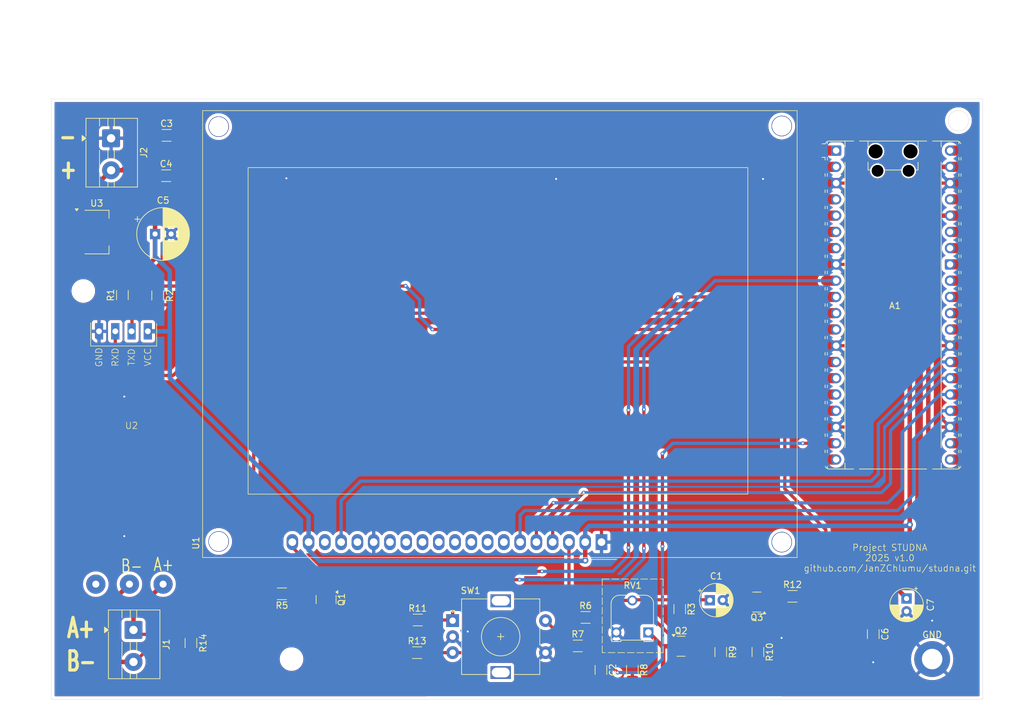
<source format=kicad_pcb>
(kicad_pcb (version 20241229) (generator "pcbnew") (generator_version "9.0")
  (layers (0 "F.Cu" signal) (2 "B.Cu" signal) (13 "F.Paste" user) (15 "B.Paste" user) (5 "F.SilkS" user "F.Silkscreen") (7 "B.SilkS" user "B.Silkscreen") (1 "F.Mask" user) (3 "B.Mask" user) (25 "Edge.Cuts" user))
  (net 0 "")
  (net 1 "/button")
  (net 2 "/UART1_RX")
  (net 3 "/lcd.E(SCLK)")
  (net 4 "/lcd.RW(SID)")
  (net 10 "/UART1_TX")
  (net 13 "/contrast pwm")
  (net 15 "/lcd.contrast")
  (net 16 "Net-(U2-TX)")
  (net 17 "Net-(J2-Pin_2)")
  (net 18 "Net-(J1-Pin_1)")
  (net 19 "Net-(Q1-C)")
  (net 20 "Net-(Q1-B)")
  (net 21 "Net-(Q2-B)")
  (net 22 "Net-(A1-GPIO7)")
  (net 23 "Net-(Q2-C)")
  (net 25 "GND")
  (net 26 "Net-(A1-GPIO6)")
  (net 29 "/led pwm")
  (net 33 "/lcd.RST")
  (net 35 "+5V")
  (net 38 "Net-(J1-Pin_2)")
  (net 43 "+3V3")
  (net 44 "/lcd.RS(CS)")
  (net 55 "Net-(Q3-B)")
  (net 56 "Net-(Q3-C)")
  (footprint "Capacitor_SMD:C_1206_3216Metric" (layer "F.Cu") (at 159.35 142.95 -90)
    (property "Reference" "C2")
    (property "Value" "100n")
  )
  (footprint "Capacitor_THT:CP_Radial_D5.0mm_P2.00mm" (layer "F.Cu") (at 207.05 131.794888 -90)
    (property "Reference" "C7")
    (property "Value" "10u")
  )
  (footprint "Library:LCD 128x64" (layer "F.Cu") (at 97.074907 125.480754 90)
    (property "Reference" "U1")
    (property "Value" "~")
  )
  (footprint "TerminalBlock:TerminalBlock_MaiXu_MX126-5.0-02P_1x02_P5.00mm" (layer "F.Cu") (at 86.3825 136.7 -90)
    (property "Reference" "J1")
    (property "Value" "Screw_Terminal_01x02")
  )
  (footprint "Package_TO_SOT_SMD:SOT-23" (layer "F.Cu") (at 116.45 131.95 -90)
    (property "Reference" "Q1")
    (property "Value" "NPN")
  )
  (footprint "MountingHole:MountingHole_3.2mm_M3_DIN965_Pad" (layer "F.Cu") (at 211.05 141.25)
    (property "Reference" "GND")
    (property "Value" "MountingHole_3.2mm_M3_DIN965_Pad")
  )
  (footprint "Capacitor_THT:CP_Radial_D5.0mm_P2.00mm" (layer "F.Cu") (at 176.35 132.05)
    (property "Reference" "C1")
    (property "Value" "10u")
  )
  (footprint "Resistor_SMD:R_1206_3216Metric" (layer "F.Cu") (at 155.7375 139.2)
    (property "Reference" "R7")
    (property "Value" "10k")
  )
  (footprint "Resistor_SMD:R_1206_3216Metric" (layer "F.Cu") (at 183.85 140.15 -90)
    (property "Reference" "R10")
    (property "Value" "10k")
  )
  (footprint "Resistor_SMD:R_1206_3216Metric" (layer "F.Cu") (at 130.65 140.25)
    (property "Reference" "R13")
    (property "Value" "10k")
  )
  (footprint "Resistor_SMD:R_1206_3216Metric" (layer "F.Cu") (at 189.25 131.45)
    (property "Reference" "R12")
    (property "Value" "10k")
  )
  (footprint "Resistor_SMD:R_1206_3216Metric" (layer "F.Cu") (at 164.25 142.95 -90)
    (property "Reference" "R8")
    (property "Value" "10k")
  )
  (footprint "Resistor_SMD:R_1206_3216Metric" (layer "F.Cu") (at 130.75 135.15)
    (property "Reference" "R11")
    (property "Value" "10k")
  )
  (footprint "Capacitor_SMD:C_1206_3216Metric" (layer "F.Cu") (at 91.475 65.75)
    (property "Reference" "C4")
    (property "Value" "100n" (hide yes))
  )
  (footprint "Capacitor_SMD:C_1206_3216Metric" (layer "F.Cu") (at 201.85 137.35 -90)
    (property "Reference" "C6")
    (property "Value" "100n")
  )
  (footprint "Package_TO_SOT_SMD:SOT-23" (layer "F.Cu") (at 171.85 139.25)
    (property "Reference" "Q2")
    (property "Value" "PNP")
  )
  (footprint "MountingHole:MountingHole_3.2mm_M3_ISO7380" (layer "F.Cu") (at 111.05 141.25)
    (property "Reference" "REF**" (hide yes))
    (property "Value" "MountingHole_3.2mm_M3_ISO7380")
  )
  (footprint "Resistor_SMD:R_1206_3216Metric" (layer "F.Cu") (at 90.15 84.45 -90)
    (property "Reference" "R2")
    (property "Value" "10k")
  )
  (footprint "Resistor_SMD:R_1206_3216Metric" (layer "F.Cu") (at 156.95 134.75)
    (property "Reference" "R6")
    (property "Value" "1k")
  )
  (footprint "Resistor_SMD:R_1206_3216Metric" (layer "F.Cu") (at 178.05 140.15 -90)
    (property "Reference" "R9")
    (property "Value" "10k")
  )
  (footprint "MountingHole:MountingHole_3.2mm_M3_ISO7380" (layer "F.Cu") (at 78.55 83.75)
    (property "Reference" "REF**" (hide yes))
    (property "Value" "MountingHole_3.2mm_M3_ISO7380")
  )
  (footprint "Package_TO_SOT_SMD:SOT-23" (layer "F.Cu") (at 183.6875 132.35 180)
    (property "Reference" "Q3")
    (property "Value" "NPN")
  )
  (footprint "Rotary_Encoder:RotaryEncoder_Alps_EC11E-Switch_Vertical_H20mm" (layer "F.Cu") (at 136.2 135.25)
    (property "Reference" "SW1")
    (property "Value" "RotaryEncoder_Switch")
  )
  (footprint "Resistor_SMD:R_1206_3216Metric" (layer "F.Cu") (at 95.35 138.75 90)
    (property "Reference" "R14")
    (property "Value" "120R")
  )
  (footprint "Library:485 modul" (layer "F.Cu") (at 81 90.05)
    (property "Reference" "U2")
    (property "Value" "~")
  )
  (footprint "Capacitor_THT:CP_Radial_D8.0mm_P2.50mm" (layer "F.Cu") (at 89.75 74.85)
    (property "Reference" "C5")
    (property "Value" "220u")
  )
  (footprint "Resistor_SMD:R_1206_3216Metric" (layer "F.Cu") (at 109.55 131.05 180)
    (property "Reference" "R5")
    (property "Value" "10k?")
  )
  (footprint "TerminalBlock:TerminalBlock_MaiXu_MX126-5.0-02P_1x02_P5.00mm" (layer "F.Cu") (at 82.8825 59.9 -90)
    (property "Reference" "J2")
    (property "Value" "Screw_Terminal_01x02")
  )
  (footprint "Resistor_SMD:R_1206_3216Metric" (layer "F.Cu") (at 84.65 84.3875 90)
    (property "Reference" "R1")
    (property "Value" "5k")
  )
  (footprint "Library:RaspberryPi_Pico_Common_NO_wifi" (layer "F.Cu") (at 204.95 85.95)
    (property "Reference" "A1")
    (property "Value" "RaspberryPi_Pico")
  )
  (footprint "Resistor_SMD:R_1206_3216Metric" (layer "F.Cu") (at 171.65 133.45 -90)
    (property "Reference" "R3")
    (property "Value" "47k")
  )
  (footprint "Potentiometer_THT:Potentiometer_Runtron_RM-065_Vertical" (layer "F.Cu") (at 166.75 137.09 180)
    (property "Reference" "RV1")
    (property "Value" "10k")
  )
  (footprint "Capacitor_SMD:C_1206_3216Metric" (layer "F.Cu") (at 91.55 59.45)
    (property "Reference" "C3")
    (property "Value" "100n")
  )
  (footprint "Package_TO_SOT_SMD:SOT-223-3_TabPin2" (layer "F.Cu") (at 80.65 74.55)
    (property "Reference" "U3")
    (property "Value" "LM7805_TO220")
  )
  (gr_rect (start 159.55 128.75) (end 169.05 140.25) (stroke (width 0.1) (type dash)) (fill no) (layer "F.SilkS"))
  (gr_circle (center 215.15 57.15) (end 216.75 57.15) (stroke (width 0.05)) (fill no) (layer "Edge.Cuts"))
  (gr_rect (start 73.55 53.75) (end 218.95 147.55) (stroke (width 0.05)) (fill no) (layer "Edge.Cuts"))
  (gr_text "-" (at 74.55 61.35 0) (layer "F.SilkS") (effects (font (size 3 2) (thickness 0.5) (bold yes)) (justify left bottom)))
  (gr_text "+" (at 74.65 66.45 0) (layer "F.SilkS") (effects (font (size 3 2) (thickness 0.5) (bold yes)) (justify left bottom)))
  (gr_text "Project STUDNA\n2025 v1.0\ngithub.com/JanZChlumu/studna.git" (at 204.45 127.65 0) (layer "F.SilkS") (effects (font (size 1 1) (thickness 0.1)) (justify bottom)))
  (gr_text "B-" (at 75.65 143.35 0) (layer "F.SilkS") (effects (font (size 3 2) (thickness 0.5) (bold yes)) (justify left bottom)))
  (gr_text "A+" (at 75.75 138.15 0) (layer "F.SilkS") (effects (font (size 3 2) (thickness 0.5) (bold yes)) (justify left bottom)))
  (segment (start 157.2 139.2) (end 157.2 139.325) (width 0.5) (layer "F.Cu") (net 1))
  (segment (start 190.86 107.54) (end 190.85 107.55) (width 0.5) (layer "F.Cu") (net 1))
  (segment (start 157.2 137.8) (end 156.35 136.95) (width 0.5) (layer "F.Cu") (net 1))
  (segment (start 152.4 136.95) (end 150.7 135.25) (width 0.5) (layer "F.Cu") (net 1))
  (segment (start 196.06 107.54) (end 190.86 107.54) (width 0.5) (layer "F.Cu") (net 1))
  (segment (start 157.2 139.2) (end 157.2 137.8) (width 0.5) (layer "F.Cu") (net 1))
  (segment (start 156.35 136.95) (end 152.4 136.95) (width 0.5) (layer "F.Cu") (net 1))
  (segment (start 161.95 143.35) (end 160.15 141.55) (width 0.5) (layer "F.Cu") (net 1))
  (segment (start 157.2 139.325) (end 159.35 141.475) (width 0.5) (layer "F.Cu") (net 1))
  (segment (start 168.95 109.15) (end 168.95 123.65) (width 0.5) (layer "F.Cu") (net 1))
  (via (at 190.85 107.55) (size 0.6) (drill 0.3) (layers "F.Cu" "B.Cu") (net 1))
  (via (at 161.95 143.35) (size 0.6) (drill 0.3) (layers "F.Cu" "B.Cu") (net 1))
  (via (at 168.95 123.65) (size 0.6) (drill 0.3) (layers "F.Cu" "B.Cu") (net 1))
  (via (at 168.95 109.15) (size 0.6) (drill 0.3) (layers "F.Cu" "B.Cu") (net 1))
  (segment (start 190.85 107.55) (end 170.55 107.55) (width 0.5) (layer "B.Cu") (net 1))
  (segment (start 161.95 143.35) (end 166.85 143.35) (width 0.5) (layer "B.Cu") (net 1))
  (segment (start 166.85 143.35) (end 168.95 141.25) (width 0.5) (layer "B.Cu") (net 1))
  (segment (start 170.55 107.55) (end 168.95 109.15) (width 0.5) (layer "B.Cu") (net 1))
  (segment (start 168.95 141.25) (end 168.95 123.65) (width 0.5) (layer "B.Cu") (net 1))
  (segment (start 133.05 89.76) (end 196.06 89.76) (width 0.5) (layer "F.Cu") (net 2))
  (segment (start 90.0875 82.925) (end 90.15 82.9875) (width 0.5) (layer "F.Cu") (net 2))
  (segment (start 128.85 82.952017) (end 128.814517 82.9875) (width 0.5) (layer "F.Cu") (net 2))
  (segment (start 128.814517 82.9875) (end 90.15 82.9875) (width 0.5) (layer "F.Cu") (net 2))
  (segment (start 84.65 82.925) (end 90.0875 82.925) (width 0.5) (layer "F.Cu") (net 2))
  (via (at 128.85 82.952017) (size 0.6) (drill 0.3) (layers "F.Cu" "B.Cu") (net 2))
  (via (at 133.05 89.76) (size 0.6) (drill 0.3) (layers "F.Cu" "B.Cu") (net 2))
  (segment (start 131.05 87.76) (end 131.05 85.152017) (width 0.5) (layer "B.Cu") (net 2))
  (segment (start 131.05 85.152017) (end 128.85 82.952017) (width 0.5) (layer "B.Cu") (net 2))
  (segment (start 133.05 89.76) (end 131.05 87.76) (width 0.5) (layer "B.Cu") (net 2))
  (segment (start 208.15 106.95) (end 212.64 102.46) (width 0.5) (layer "B.Cu") (net 3))
  (segment (start 213.83 102.45) (end 213.84 102.46) (width 0.5) (layer "B.Cu") (net 3))
  (segment (start 205.65 118.05) (end 208.15 115.55) (width 0.5) (layer "B.Cu") (net 3))
  (segment (start 146.734907 122.980754) (end 146.734907 118.765093) (width 0.5) (layer "B.Cu") (net 3))
  (segment (start 208.15 115.55) (end 208.15 106.95) (width 0.5) (layer "B.Cu") (net 3))
  (segment (start 146.734907 118.765093) (end 147.45 118.05) (width 0.5) (layer "B.Cu") (net 3))
  (segment (start 212.64 102.46) (end 213.84 102.46) (width 0.5) (layer "B.Cu") (net 3))
  (segment (start 147.45 118.05) (end 205.65 118.05) (width 0.5) (layer "B.Cu") (net 3))
  (segment (start 149.274907 119.525093) (end 151.95 116.85) (width 0.5) (layer "F.Cu") (net 4))
  (segment (start 149.274907 122.980754) (end 149.274907 119.525093) (width 0.5) (layer "F.Cu") (net 4))
  (via (at 151.95 116.85) (size 0.6) (drill 0.3) (layers "F.Cu" "B.Cu") (net 4))
  (segment (start 213.84 99.92) (end 212.28 99.92) (width 0.5) (layer "B.Cu") (net 4))
  (segment (start 212.28 99.92) (end 206.35 105.85) (width 0.5) (layer "B.Cu") (net 4))
  (segment (start 206.35 114.65) (end 204.15 116.85) (width 0.5) (layer "B.Cu") (net 4))
  (segment (start 204.15 116.85) (end 151.95 116.85) (width 0.5) (layer "B.Cu") (net 4))
  (segment (start 206.35 105.85) (end 206.35 114.65) (width 0.5) (layer "B.Cu") (net 4))
  (segment (start 92.55 96.95) (end 85.85 96.95) (width 0.5) (layer "F.Cu") (net 10))
  (segment (start 83.54 94.64) (end 83.54 90.05) (width 0.5) (layer "F.Cu") (net 10))
  (segment (start 195.26 87.22) (end 102.28 87.22) (width 0.5) (layer "F.Cu") (net 10))
  (segment (start 102.28 87.22) (end 92.55 96.95) (width 0.5) (layer "F.Cu") (net 10))
  (segment (start 85.85 96.95) (end 83.54 94.64) (width 0.5) (layer "F.Cu") (net 10))
  (segment (start 190.62 97.38) (end 188.05 99.95) (width 0.5) (layer "F.Cu") (net 13))
  (segment (start 196.06 97.38) (end 190.62 97.38) (width 0.5) (layer "F.Cu") (net 13))
  (segment (start 195.26 97.38) (end 190.62 97.38) (width 0.5) (layer "F.Cu") (net 13))
  (segment (start 188.05 114.65) (end 194.45 121.05) (width 0.5) (layer "F.Cu") (net 13))
  (segment (start 188.05 99.95) (end 188.05 114.65) (width 0.5) (layer "F.Cu") (net 13))
  (segment (start 193.7125 128.45) (end 190.7125 131.45) (width 0.5) (layer "F.Cu") (net 13))
  (segment (start 194.45 127.75) (end 193.7125 128.45) (width 0.5) (layer "F.Cu") (net 13))
  (segment (start 194.45 121.05) (end 194.45 127.75) (width 0.5) (layer "F.Cu") (net 13))
  (segment (start 155.4875 134.75) (end 155.4875 130.955) (width 0.5) (layer "F.Cu") (net 15))
  (segment (start 156.6225 132.09) (end 157.35 132.09) (width 0.5) (layer "F.Cu") (net 15))
  (segment (start 155.31625 130.78375) (end 154.354907 129.822407) (width 0.5) (layer "F.Cu") (net 15))
  (segment (start 176.2875 131.9875) (end 176.35 132.05) (width 0.5) (layer "F.Cu") (net 15))
  (segment (start 164.3525 131.9875) (end 171.65 131.9875) (width 0.5) (layer "F.Cu") (net 15))
  (segment (start 154.354907 129.822407) (end 154.354907 122.980754) (width 0.5) (layer "F.Cu") (net 15))
  (segment (start 164.25 132.09) (end 164.3525 131.9875) (width 0.5) (layer "F.Cu") (net 15))
  (segment (start 156.6225 132.09) (end 155.31625 130.78375) (width 0.5) (layer "F.Cu") (net 15))
  (segment (start 155.4875 130.955) (end 155.31625 130.78375) (width 0.5) (layer "F.Cu") (net 15))
  (segment (start 157.35 132.09) (end 164.25 132.09) (width 0.5) (layer "F.Cu") (net 15))
  (segment (start 171.65 131.9875) (end 176.2875 131.9875) (width 0.5) (layer "F.Cu") (net 15))
  (segment (start 86.15 87.35) (end 86.15 89.98) (width 0.5) (layer "F.Cu") (net 16))
  (segment (start 84.65 85.85) (end 86.15 87.35) (width 0.5) (layer "F.Cu") (net 16))
  (segment (start 86.15 89.98) (end 86.08 90.05) (width 0.5) (layer "F.Cu") (net 16))
  (segment (start 90.075 59.45) (end 84.625 64.9) (width 0.7) (layer "F.Cu") (net 17))
  (segment (start 77.5 70.2825) (end 82.8825 64.9) (width 0.7) (layer "F.Cu") (net 17))
  (segment (start 77.5 72.25) (end 77.5 70.2825) (width 0.7) (layer "F.Cu") (net 17))
  (segment (start 84.625 64.9) (end 82.8825 64.9) (width 0.7) (layer "F.Cu") (net 17))
  (segment (start 86.3825 136.7) (end 86.3825 134.1675) (width 0.7) (layer "F.Cu") (net 18))
  (segment (start 95.25 137.3875) (end 87.07 137.3875) (width 0.5) (layer "F.Cu") (net 18))
  (segment (start 87.07 137.3875) (end 86.3825 136.7) (width 0.5) (layer "F.Cu") (net 18))
  (segment (start 86.3825 134.1675) (end 91 129.55) (width 0.7) (layer "F.Cu") (net 18))
  (segment (start 95.35 137.2875) (end 95.25 137.3875) (width 0.5) (layer "F.Cu") (net 18))
  (segment (start 111.15 123.75) (end 111.15 123.005661) (width 0.5) (layer "F.Cu") (net 19))
  (segment (start 111.15 123.005661) (end 111.174907 122.980754) (width 0.5) (layer "F.Cu") (net 19))
  (segment (start 117.4 131.0125) (end 117.4 130) (width 0.5) (layer "F.Cu") (net 19))
  (segment (start 117.4 130) (end 111.15 123.75) (width 0.5) (layer "F.Cu") (net 19))
  (segment (start 111.05 131.0125) (end 115.5 131.0125) (width 0.5) (layer "F.Cu") (net 20))
  (segment (start 111.0125 131.05) (end 111.05 131.0125) (width 0.5) (layer "F.Cu") (net 20))
  (segment (start 183.85 141.6125) (end 178.05 141.6125) (width 0.5) (layer "F.Cu") (net 21))
  (segment (start 172.6125 141.6125) (end 178.05 141.6125) (width 0.5) (layer "F.Cu") (net 21))
  (segment (start 170.9125 140.2) (end 172.325 141.6125) (width 0.5) (layer "F.Cu") (net 21))
  (segment (start 172.325 141.6125) (end 172.6125 141.6125) (width 0.5) (layer "F.Cu") (net 21))
  (segment (start 141.75 127.55) (end 136.2 133.1) (width 0.5) (layer "F.Cu") (net 22))
  (segment (start 163.65 123.85) (end 163.65 102.35) (width 0.5) (layer "F.Cu") (net 22))
  (segment (start 171.402948 84.68) (end 171.35 84.732948) (width 0.5) (layer "F.Cu") (net 22))
  (segment (start 132.2125 135.15) (end 136.1 135.15) (width 0.5) (layer "F.Cu") (net 22))
  (segment (start 136.1 135.15) (end 136.2 135.25) (width 0.5) (layer "F.Cu") (net 22))
  (segment (start 150.15 127.55) (end 141.75 127.55) (width 0.5) (layer "F.Cu") (net 22))
  (segment (start 136.2 133.1) (end 136.2 135.25) (width 0.5) (layer "F.Cu") (net 22))
  (segment (start 195.26 84.68) (end 171.402948 84.68) (width 0.5) (layer "F.Cu") (net 22))
  (via (at 163.65 102.35) (size 0.6) (drill 0.3) (layers "F.Cu" "B.Cu") (net 22))
  (via (at 150.15 127.55) (size 0.6) (drill 0.3) (layers "F.Cu" "B.Cu") (net 22))
  (via (at 163.65 123.85) (size 0.6) (drill 0.3) (layers "F.Cu" "B.Cu") (net 22))
  (via (at 171.35 84.732948) (size 0.6) (drill 0.3) (layers "F.Cu" "B.Cu") (net 22))
  (segment (start 150.15 127.55) (end 161.2 127.55) (width 0.5) (layer "B.Cu") (net 22))
  (segment (start 163.65 125.1) (end 163.65 123.85) (width 0.5) (layer "B.Cu") (net 22))
  (segment (start 163.65 102.35) (end 163.65 92.432948) (width 0.5) (layer "B.Cu") (net 22))
  (segment (start 163.65 92.432948) (end 171.35 84.732948) (width 0.5) (layer "B.Cu") (net 22))
  (segment (start 161.2 127.55) (end 163.65 125.1) (width 0.5) (layer "B.Cu") (net 22))
  (segment (start 164.25 135.65) (end 164.25 135.15) (width 0.5) (layer "F.Cu") (net 23))
  (segment (start 168.45 135.8375) (end 170.9125 138.3) (width 0.5) (layer "F.Cu") (net 23))
  (segment (start 167.75 135.15) (end 168.4375 135.8375) (width 0.5) (layer "F.Cu") (net 23))
  (segment (start 158.4125 134.95) (end 158.6125 135.15) (width 0.5) (layer "F.Cu") (net 23))
  (segment (start 168.4375 135.8375) (end 168.45 135.8375) (width 0.5) (layer "F.Cu") (net 23))
  (segment (start 158.4125 134.75) (end 158.4125 134.95) (width 0.5) (layer "F.Cu") (net 23))
  (segment (start 164.25 141.4875) (end 164.25 135.65) (width 0.5) (layer "F.Cu") (net 23))
  (segment (start 164.25 135.15) (end 167.75 135.15) (width 0.5) (layer "F.Cu") (net 23))
  (segment (start 158.6125 135.15) (end 164.25 135.15) (width 0.5) (layer "F.Cu") (net 23))
  (via (at 138.55 136.95) (size 0.6) (drill 0.3) (layers "F.Cu" "B.Cu") (net 25))
  (via (at 187.55 137.95) (size 0.6) (drill 0.3) (layers "F.Cu" "B.Cu") (net 25))
  (via (at 110.25 66.15) (size 0.6) (drill 0.3) (layers "F.Cu" "B.Cu") (net 25))
  (via (at 184.65 66.25) (size 0.6) (drill 0.3) (layers "F.Cu" "B.Cu") (net 25))
  (via (at 211.05 135.25) (size 0.6) (drill 0.3) (layers "F.Cu" "B.Cu") (net 25))
  (via (at 84.95 100.25) (size 0.6) (drill 0.3) (layers "F.Cu" "B.Cu") (net 25))
  (via (at 84.95 122.05) (size 0.6) (drill 0.3) (layers "F.Cu" "B.Cu") (net 25))
  (via (at 152.35 66.25) (size 0.6) (drill 0.3) (layers "F.Cu" "B.Cu") (net 25))
  (via (at 201.85 141.75) (size 0.6) (drill 0.3) (layers "F.Cu" "B.Cu") (net 25))
  (segment (start 140.15 130.95) (end 140.15 138.45) (width 0.5) (layer "F.Cu") (net 26))
  (segment (start 166.05 123.95) (end 166.05 102.25) (width 0.5) (layer "F.Cu") (net 26))
  (segment (start 138.35 140.25) (end 136.2 140.25) (width 0.5) (layer "F.Cu") (net 26))
  (segment (start 142.25 128.85) (end 140.15 130.95) (width 0.5) (layer "F.Cu") (net 26))
  (segment (start 146.65 128.85) (end 142.25 128.85) (width 0.5) (layer "F.Cu") (net 26))
  (segment (start 136.2 140.25) (end 132.1125 140.25) (width 0.5) (layer "F.Cu") (net 26))
  (segment (start 140.15 138.45) (end 138.35 140.25) (width 0.5) (layer "F.Cu") (net 26))
  (via (at 146.65 128.85) (size 0.6) (drill 0.3) (layers "F.Cu" "B.Cu") (net 26))
  (via (at 166.05 123.95) (size 0.6) (drill 0.3) (layers "F.Cu" "B.Cu") (net 26))
  (via (at 166.05 102.25) (size 0.6) (drill 0.3) (layers "F.Cu" "B.Cu") (net 26))
  (segment (start 146.65 128.85) (end 162.75 128.85) (width 0.5) (layer "B.Cu") (net 26))
  (segment (start 162.75 128.85) (end 166.05 125.55) (width 0.5) (layer "B.Cu") (net 26))
  (segment (start 166.05 93.25) (end 177.16 82.14) (width 0.5) (layer "B.Cu") (net 26))
  (segment (start 166.05 125.55) (end 166.05 123.95) (width 0.5) (layer "B.Cu") (net 26))
  (segment (start 177.16 82.14) (end 196.06 82.14) (width 0.5) (layer "B.Cu") (net 26))
  (segment (start 166.05 102.25) (end 166.05 93.25) (width 0.5) (layer "B.Cu") (net 26))
  (segment (start 108.0875 131.05) (end 105.15 128.1125) (width 0.5) (layer "F.Cu") (net 29))
  (segment (start 105.15 128.1125) (end 105.15 106.45) (width 0.5) (layer "F.Cu") (net 29))
  (segment (start 116.76 94.84) (end 195.26 94.84) (width 0.5) (layer "F.Cu") (net 29))
  (segment (start 195.26 94.84) (end 196.06 94.84) (width 0.5) (layer "F.Cu") (net 29))
  (segment (start 105.15 106.45) (end 116.76 94.84) (width 0.5) (layer "F.Cu") (net 29))
  (segment (start 201.55 113.45) (end 121.85 113.45) (width 0.5) (layer "B.Cu") (net 33))
  (segment (start 212.36 94.84) (end 202.65 104.55) (width 0.5) (layer "B.Cu") (net 33))
  (segment (start 213.84 94.84) (end 212.36 94.84) (width 0.5) (layer "B.Cu") (net 33))
  (segment (start 202.65 104.55) (end 202.65 112.35) (width 0.5) (layer "B.Cu") (net 33))
  (segment (start 118.794907 116.505093) (end 118.794907 122.980754) (width 0.5) (layer "B.Cu") (net 33))
  (segment (start 202.65 112.35) (end 201.55 113.45) (width 0.5) (layer "B.Cu") (net 33))
  (segment (start 121.85 113.45) (end 118.794907 116.505093) (width 0.5) (layer "B.Cu") (net 33))
  (segment (start 207.55 122.35) (end 185.95 143.95) (width 0.7) (layer "F.Cu") (net 35))
  (segment (start 207.55 116.750858) (end 207.550858 116.75) (width 0.7) (layer "F.Cu") (net 35))
  (segment (start 168.91 139.25) (end 172.7875 139.25) (width 0.7) (layer "F.Cu") (net 35))
  (segment (start 172.7875 139.25) (end 174.65 139.25) (width 0.7) (layer "F.Cu") (net 35))
  (segment (start 174.65 139.25) (end 175.2125 138.6875) (width 0.7) (layer "F.Cu") (net 35))
  (segment (start 77.5 78.8) (end 78.45 79.75) (width 0.7) (layer "F.Cu") (net 35))
  (segment (start 185.95 143.95) (end 180.125 143.95) (width 0.7) (layer "F.Cu") (net 35))
  (segment (start 169.05 139.39) (end 168.91 139.25) (width 0.7) (layer "F.Cu") (net 35))
  (segment (start 78.45 79.75) (end 88.65 79.75) (width 0.7) (layer "F.Cu") (net 35))
  (segment (start 180.125 143.95) (end 170.65 143.95) (width 0.7) (layer "F.Cu") (net 35))
  (segment (start 89.75 74.85) (end 89.75 66) (width 0.7) (layer "F.Cu") (net 35))
  (segment (start 89.75 78.65) (end 89.75 74.85) (width 0.7) (layer "F.Cu") (net 35))
  (segment (start 89.75 66) (end 90 65.75) (width 0.7) (layer "F.Cu") (net 35))
  (segment (start 207.550858 68.749142) (end 211.94 64.36) (width 0.7) (layer "F.Cu") (net 35))
  (segment (start 156.894907 125.85) (end 156.894907 122.980754) (width 0.7) (layer "F.Cu") (net 35))
  (segment (start 170.65 143.95) (end 169.05 142.35) (width 0.7) (layer "F.Cu") (net 35))
  (segment (start 175.2125 138.6875) (end 178.05 138.6875) (width 0.7) (layer "F.Cu") (net 35))
  (segment (start 88.65 79.75) (end 89.75 78.65) (width 0.7) (layer "F.Cu") (net 35))
  (segment (start 213.84 64.36) (end 213.83 64.35) (width 0.7) (layer "F.Cu") (net 35))
  (segment (start 166.75 137.09) (end 168.91 139.25) (width 0.7) (layer "F.Cu") (net 35))
  (segment (start 207.550858 116.75) (end 207.550858 68.749142) (width 0.7) (layer "F.Cu") (net 35))
  (segment (start 207.55 120.25) (end 207.55 122.35) (width 0.7) (layer "F.Cu") (net 35))
  (segment (start 169.05 142.35) (end 169.05 139.39) (width 0.7) (layer "F.Cu") (net 35))
  (segment (start 207.55 120.25) (end 207.55 116.750858) (width 0.7) (layer "F.Cu") (net 35))
  (segment (start 77.5 76.85) (end 77.5 78.8) (width 0.7) (layer "F.Cu") (net 35))
  (segment (start 211.94 64.36) (end 213.84 64.36) (width 0.7) (layer "F.Cu") (net 35))
  (via (at 207.55 120.25) (size 1) (drill 0.5) (layers "F.Cu" "B.Cu") (net 35))
  (via (at 156.894907 125.85) (size 1) (drill 0.5) (layers "F.Cu" "B.Cu") (net 35))
  (segment (start 113.714907 124.214907) (end 113.714907 122.980754) (width 0.7) (layer "B.Cu") (net 35))
  (segment (start 92.05 97.35) (end 113.714907 119.014907) (width 0.7) (layer "B.Cu") (net 35))
  (segment (start 92.05 90.05) (end 92.05 80.65) (width 0.7) (layer "B.Cu") (net 35))
  (segment (start 115.414907 125.914907) (end 113.714907 124.214907) (width 0.7) (layer "B.Cu") (net 35))
  (segment (start 92.05 90.05) (end 92.05 97.35) (width 0.7) (layer "B.Cu") (net 35))
  (segment (start 88.62 90.05) (end 92.05 90.05) (width 0.7) (layer "B.Cu") (net 35))
  (segment (start 156.894907 121.105093) (end 156.894907 122.980754) (width 0.7) (layer "B.Cu") (net 35))
  (segment (start 207.55 120.25) (end 207.35 120.45) (width 0.7) (layer "B.Cu") (net 35))
  (segment (start 156.894907 125.85) (end 156.83 125.914907) (width 0.7) (layer "B.Cu") (net 35))
  (segment (start 92.05 80.65) (end 89.75 78.35) (width 0.7) (layer "B.Cu") (net 35))
  (segment (start 89.75 78.35) (end 89.75 74.85) (width 0.7) (layer "B.Cu") (net 35))
  (segment (start 113.714907 119.014907) (end 113.714907 122.980754) (width 0.7) (layer "B.Cu") (net 35))
  (segment (start 156.83 125.914907) (end 115.414907 125.914907) (width 0.7) (layer "B.Cu") (net 35))
  (segment (start 157.55 120.45) (end 156.894907 121.105093) (width 0.7) (layer "B.Cu") (net 35))
  (segment (start 207.35 120.45) (end 157.55 120.45) (width 0.7) (layer "B.Cu") (net 35))
  (segment (start 86.6 141.7) (end 87.9875 140.3125) (width 0.5) (layer "F.Cu") (net 38))
  (segment (start 80.95 134.35) (end 85.75 129.55) (width 0.7) (layer "F.Cu") (net 38))
  (segment (start 87.9875 140.3125) (end 95.25 140.3125) (width 0.5) (layer "F.Cu") (net 38))
  (segment (start 86.3825 141.7) (end 86.6 141.7) (width 0.5) (layer "F.Cu") (net 38))
  (segment (start 82.8 141.7) (end 80.95 139.85) (width 0.7) (layer "F.Cu") (net 38))
  (segment (start 80.95 139.85) (end 80.95 134.35) (width 0.7) (layer "F.Cu") (net 38))
  (segment (start 86.3825 141.7) (end 82.8 141.7) (width 0.7) (layer "F.Cu") (net 38))
  (segment (start 95.25 140.3125) (end 95.35 140.2125) (width 0.5) (layer "F.Cu") (net 38))
  (segment (start 129.1875 140.25) (end 129.1875 135.25) (width 0.7) (layer "F.Cu") (net 43))
  (segment (start 199.55 133.65) (end 187.05 146.15) (width 0.7) (layer "F.Cu") (net 43))
  (segment (start 201.85 135.875) (end 199.625 133.65) (width 0.7) (layer "F.Cu") (net 43))
  (segment (start 207.05 131.794888) (end 207.05 131.75) (width 0.7) (layer "F.Cu") (net 43))
  (segment (start 211.22 71.98) (end 210.45 72.75) (width 0.7) (layer "F.Cu") (net 43))
  (segment (start 154.275 145.875) (end 154.275 139.2) (width 0.7) (layer "F.Cu") (net 43))
  (segment (start 210.45 72.75) (end 210.45 122.75) (width 0.7) (layer "F.Cu") (net 43))
  (segment (start 129.2875 142.7875) (end 129.2875 142.05) (width 0.7) (layer "F.Cu") (net 43))
  (segment (start 213.84 71.98) (end 211.22 71.98) (width 0.7) (layer "F.Cu") (net 43))
  (segment (start 204.25 128.95) (end 199.55 133.65) (width 0.7) (layer "F.Cu") (net 43))
  (segment (start 187.05 146.15) (end 132.65 146.15) (width 0.7) (layer "F.Cu") (net 43))
  (segment (start 210.45 122.75) (end 204.25 128.95) (width 0.7) (layer "F.Cu") (net 43))
  (segment (start 129.2875 142.05) (end 129.2875 140.35) (width 0.7) (layer "F.Cu") (net 43))
  (segment (start 207.05 131.75) (end 204.25 128.95) (width 0.7) (layer "F.Cu") (net 43))
  (segment (start 199.625 133.65) (end 199.55 133.65) (width 0.7) (layer "F.Cu") (net 43))
  (segment (start 129.1875 135.25) (end 129.2875 135.15) (width 0.7) (layer "F.Cu") (net 43))
  (segment (start 132.65 146.15) (end 129.2875 142.7875) (width 0.7) (layer "F.Cu") (net 43))
  (segment (start 151.814907 120.085093) (end 151.814907 122.980754) (width 0.5) (layer "F.Cu") (net 44))
  (segment (start 156.65 115.25) (end 151.814907 120.085093) (width 0.5) (layer "F.Cu") (net 44))
  (via (at 156.65 115.25) (size 0.6) (drill 0.3) (layers "F.Cu" "B.Cu") (net 44))
  (segment (start 204.55 113.85) (end 204.55 105.55) (width 0.5) (layer "B.Cu") (net 44))
  (segment (start 204.55 105.55) (end 212.72 97.38) (width 0.5) (layer "B.Cu") (net 44))
  (segment (start 212.72 97.38) (end 213.84 97.38) (width 0.5) (layer "B.Cu") (net 44))
  (segment (start 203.15 115.25) (end 204.55 113.85) (width 0.5) (layer "B.Cu") (net 44))
  (segment (start 156.65 115.25) (end 203.15 115.25) (width 0.5) (layer "B.Cu") (net 44))
  (segment (start 187.7375 131.4) (end 187.7875 131.45) (width 0.5) (layer "F.Cu") (net 55))
  (segment (start 184.625 131.4) (end 187.7375 131.4) (width 0.5) (layer "F.Cu") (net 55))
  (segment (start 186.65 133.75) (end 186.65 135.8875) (width 0.5) (layer "F.Cu") (net 56))
  (segment (start 186.2 133.3) (end 186.65 133.75) (width 0.5) (layer "F.Cu") (net 56))
  (segment (start 186.65 135.8875) (end 183.85 138.6875) (width 0.5) (layer "F.Cu") (net 56))
  (segment (start 184.625 133.3) (end 186.2 133.3) (width 0.5) (layer "F.Cu") (net 56))
  (zone (net 25) (net_name "GND") (layers "F.Cu" "B.Cu") (connect_pads (clearance 0.5)) (min_thickness 0.25) (fill yes (thermal_gap 0.5) (thermal_bridge_width 0.5))
    (polygon (pts (xy 69.35 50.05) (xy 219.45 49.85) (xy 220.25 148.95) (xy 70.15 149.05)))
  )
)
</source>
